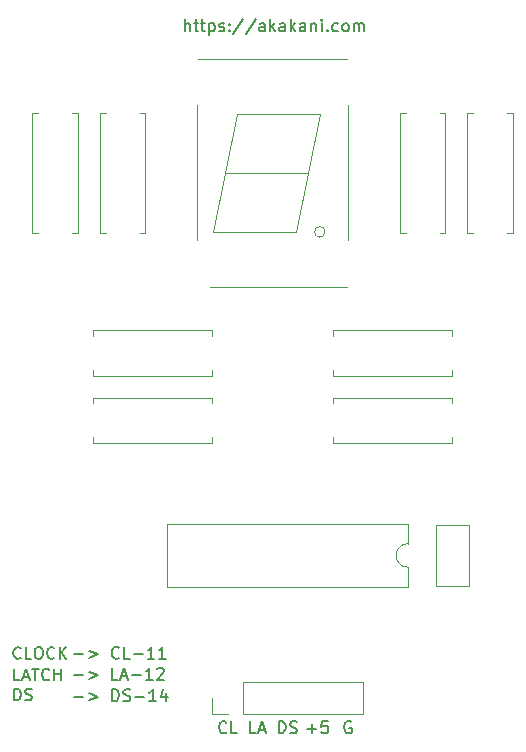
<source format=gbr>
%TF.GenerationSoftware,KiCad,Pcbnew,(6.0.4)*%
%TF.CreationDate,2022-04-30T17:38:09-07:00*%
%TF.ProjectId,SingleSevenSegments,53696e67-6c65-4536-9576-656e5365676d,rev?*%
%TF.SameCoordinates,Original*%
%TF.FileFunction,Legend,Top*%
%TF.FilePolarity,Positive*%
%FSLAX46Y46*%
G04 Gerber Fmt 4.6, Leading zero omitted, Abs format (unit mm)*
G04 Created by KiCad (PCBNEW (6.0.4)) date 2022-04-30 17:38:09*
%MOMM*%
%LPD*%
G01*
G04 APERTURE LIST*
%ADD10C,0.150000*%
%ADD11C,0.153000*%
%ADD12C,0.120000*%
G04 APERTURE END LIST*
D10*
X125430595Y-84991428D02*
X126192500Y-84991428D01*
X126668690Y-84705714D02*
X127430595Y-84991428D01*
X126668690Y-85277142D01*
X128668690Y-85372380D02*
X128668690Y-84372380D01*
X128906785Y-84372380D01*
X129049642Y-84420000D01*
X129144880Y-84515238D01*
X129192500Y-84610476D01*
X129240119Y-84800952D01*
X129240119Y-84943809D01*
X129192500Y-85134285D01*
X129144880Y-85229523D01*
X129049642Y-85324761D01*
X128906785Y-85372380D01*
X128668690Y-85372380D01*
X129621071Y-85324761D02*
X129763928Y-85372380D01*
X130002023Y-85372380D01*
X130097261Y-85324761D01*
X130144880Y-85277142D01*
X130192500Y-85181904D01*
X130192500Y-85086666D01*
X130144880Y-84991428D01*
X130097261Y-84943809D01*
X130002023Y-84896190D01*
X129811547Y-84848571D01*
X129716309Y-84800952D01*
X129668690Y-84753333D01*
X129621071Y-84658095D01*
X129621071Y-84562857D01*
X129668690Y-84467619D01*
X129716309Y-84420000D01*
X129811547Y-84372380D01*
X130049642Y-84372380D01*
X130192500Y-84420000D01*
X130621071Y-84991428D02*
X131382976Y-84991428D01*
X132382976Y-85372380D02*
X131811547Y-85372380D01*
X132097261Y-85372380D02*
X132097261Y-84372380D01*
X132002023Y-84515238D01*
X131906785Y-84610476D01*
X131811547Y-84658095D01*
X133240119Y-84705714D02*
X133240119Y-85372380D01*
X133002023Y-84324761D02*
X132763928Y-85039047D01*
X133382976Y-85039047D01*
X125430595Y-81391428D02*
X126192500Y-81391428D01*
X126668690Y-81105714D02*
X127430595Y-81391428D01*
X126668690Y-81677142D01*
X129240119Y-81677142D02*
X129192500Y-81724761D01*
X129049642Y-81772380D01*
X128954404Y-81772380D01*
X128811547Y-81724761D01*
X128716309Y-81629523D01*
X128668690Y-81534285D01*
X128621071Y-81343809D01*
X128621071Y-81200952D01*
X128668690Y-81010476D01*
X128716309Y-80915238D01*
X128811547Y-80820000D01*
X128954404Y-80772380D01*
X129049642Y-80772380D01*
X129192500Y-80820000D01*
X129240119Y-80867619D01*
X130144880Y-81772380D02*
X129668690Y-81772380D01*
X129668690Y-80772380D01*
X130478214Y-81391428D02*
X131240119Y-81391428D01*
X132240119Y-81772380D02*
X131668690Y-81772380D01*
X131954404Y-81772380D02*
X131954404Y-80772380D01*
X131859166Y-80915238D01*
X131763928Y-81010476D01*
X131668690Y-81058095D01*
X133192500Y-81772380D02*
X132621071Y-81772380D01*
X132906785Y-81772380D02*
X132906785Y-80772380D01*
X132811547Y-80915238D01*
X132716309Y-81010476D01*
X132621071Y-81058095D01*
X138334761Y-87987142D02*
X138287142Y-88034761D01*
X138144285Y-88082380D01*
X138049047Y-88082380D01*
X137906190Y-88034761D01*
X137810952Y-87939523D01*
X137763333Y-87844285D01*
X137715714Y-87653809D01*
X137715714Y-87510952D01*
X137763333Y-87320476D01*
X137810952Y-87225238D01*
X137906190Y-87130000D01*
X138049047Y-87082380D01*
X138144285Y-87082380D01*
X138287142Y-87130000D01*
X138334761Y-87177619D01*
X139239523Y-88082380D02*
X138763333Y-88082380D01*
X138763333Y-87082380D01*
X140850952Y-88082380D02*
X140374761Y-88082380D01*
X140374761Y-87082380D01*
X141136666Y-87796666D02*
X141612857Y-87796666D01*
X141041428Y-88082380D02*
X141374761Y-87082380D01*
X141708095Y-88082380D01*
X125430595Y-83171428D02*
X126192500Y-83171428D01*
X126668690Y-82885714D02*
X127430595Y-83171428D01*
X126668690Y-83457142D01*
X129144880Y-83552380D02*
X128668690Y-83552380D01*
X128668690Y-82552380D01*
X129430595Y-83266666D02*
X129906785Y-83266666D01*
X129335357Y-83552380D02*
X129668690Y-82552380D01*
X130002023Y-83552380D01*
X130335357Y-83171428D02*
X131097261Y-83171428D01*
X132097261Y-83552380D02*
X131525833Y-83552380D01*
X131811547Y-83552380D02*
X131811547Y-82552380D01*
X131716309Y-82695238D01*
X131621071Y-82790476D01*
X131525833Y-82838095D01*
X132478214Y-82647619D02*
X132525833Y-82600000D01*
X132621071Y-82552380D01*
X132859166Y-82552380D01*
X132954404Y-82600000D01*
X133002023Y-82647619D01*
X133049642Y-82742857D01*
X133049642Y-82838095D01*
X133002023Y-82980952D01*
X132430595Y-83552380D01*
X133049642Y-83552380D01*
D11*
X142771904Y-88082380D02*
X142771904Y-87082380D01*
X143010000Y-87082380D01*
X143152857Y-87130000D01*
X143248095Y-87225238D01*
X143295714Y-87320476D01*
X143343333Y-87510952D01*
X143343333Y-87653809D01*
X143295714Y-87844285D01*
X143248095Y-87939523D01*
X143152857Y-88034761D01*
X143010000Y-88082380D01*
X142771904Y-88082380D01*
X143724285Y-88034761D02*
X143867142Y-88082380D01*
X144105238Y-88082380D01*
X144200476Y-88034761D01*
X144248095Y-87987142D01*
X144295714Y-87891904D01*
X144295714Y-87796666D01*
X144248095Y-87701428D01*
X144200476Y-87653809D01*
X144105238Y-87606190D01*
X143914761Y-87558571D01*
X143819523Y-87510952D01*
X143771904Y-87463333D01*
X143724285Y-87368095D01*
X143724285Y-87272857D01*
X143771904Y-87177619D01*
X143819523Y-87130000D01*
X143914761Y-87082380D01*
X144152857Y-87082380D01*
X144295714Y-87130000D01*
D10*
X148881904Y-87130000D02*
X148786666Y-87082380D01*
X148643809Y-87082380D01*
X148500952Y-87130000D01*
X148405714Y-87225238D01*
X148358095Y-87320476D01*
X148310476Y-87510952D01*
X148310476Y-87653809D01*
X148358095Y-87844285D01*
X148405714Y-87939523D01*
X148500952Y-88034761D01*
X148643809Y-88082380D01*
X148739047Y-88082380D01*
X148881904Y-88034761D01*
X148929523Y-87987142D01*
X148929523Y-87653809D01*
X148739047Y-87653809D01*
X145192857Y-87701428D02*
X145954761Y-87701428D01*
X145573809Y-88082380D02*
X145573809Y-87320476D01*
X146907142Y-87082380D02*
X146430952Y-87082380D01*
X146383333Y-87558571D01*
X146430952Y-87510952D01*
X146526190Y-87463333D01*
X146764285Y-87463333D01*
X146859523Y-87510952D01*
X146907142Y-87558571D01*
X146954761Y-87653809D01*
X146954761Y-87891904D01*
X146907142Y-87987142D01*
X146859523Y-88034761D01*
X146764285Y-88082380D01*
X146526190Y-88082380D01*
X146430952Y-88034761D01*
X146383333Y-87987142D01*
X120826785Y-83612380D02*
X120350595Y-83612380D01*
X120350595Y-82612380D01*
X121112500Y-83326666D02*
X121588690Y-83326666D01*
X121017261Y-83612380D02*
X121350595Y-82612380D01*
X121683928Y-83612380D01*
X121874404Y-82612380D02*
X122445833Y-82612380D01*
X122160119Y-83612380D02*
X122160119Y-82612380D01*
X123350595Y-83517142D02*
X123302976Y-83564761D01*
X123160119Y-83612380D01*
X123064880Y-83612380D01*
X122922023Y-83564761D01*
X122826785Y-83469523D01*
X122779166Y-83374285D01*
X122731547Y-83183809D01*
X122731547Y-83040952D01*
X122779166Y-82850476D01*
X122826785Y-82755238D01*
X122922023Y-82660000D01*
X123064880Y-82612380D01*
X123160119Y-82612380D01*
X123302976Y-82660000D01*
X123350595Y-82707619D01*
X123779166Y-83612380D02*
X123779166Y-82612380D01*
X123779166Y-83088571D02*
X124350595Y-83088571D01*
X124350595Y-83612380D02*
X124350595Y-82612380D01*
X120922023Y-81697142D02*
X120874404Y-81744761D01*
X120731547Y-81792380D01*
X120636309Y-81792380D01*
X120493452Y-81744761D01*
X120398214Y-81649523D01*
X120350595Y-81554285D01*
X120302976Y-81363809D01*
X120302976Y-81220952D01*
X120350595Y-81030476D01*
X120398214Y-80935238D01*
X120493452Y-80840000D01*
X120636309Y-80792380D01*
X120731547Y-80792380D01*
X120874404Y-80840000D01*
X120922023Y-80887619D01*
X121826785Y-81792380D02*
X121350595Y-81792380D01*
X121350595Y-80792380D01*
X122350595Y-80792380D02*
X122541071Y-80792380D01*
X122636309Y-80840000D01*
X122731547Y-80935238D01*
X122779166Y-81125714D01*
X122779166Y-81459047D01*
X122731547Y-81649523D01*
X122636309Y-81744761D01*
X122541071Y-81792380D01*
X122350595Y-81792380D01*
X122255357Y-81744761D01*
X122160119Y-81649523D01*
X122112500Y-81459047D01*
X122112500Y-81125714D01*
X122160119Y-80935238D01*
X122255357Y-80840000D01*
X122350595Y-80792380D01*
X123779166Y-81697142D02*
X123731547Y-81744761D01*
X123588690Y-81792380D01*
X123493452Y-81792380D01*
X123350595Y-81744761D01*
X123255357Y-81649523D01*
X123207738Y-81554285D01*
X123160119Y-81363809D01*
X123160119Y-81220952D01*
X123207738Y-81030476D01*
X123255357Y-80935238D01*
X123350595Y-80840000D01*
X123493452Y-80792380D01*
X123588690Y-80792380D01*
X123731547Y-80840000D01*
X123779166Y-80887619D01*
X124207738Y-81792380D02*
X124207738Y-80792380D01*
X124779166Y-81792380D02*
X124350595Y-81220952D01*
X124779166Y-80792380D02*
X124207738Y-81363809D01*
X134828571Y-28652380D02*
X134828571Y-27652380D01*
X135257142Y-28652380D02*
X135257142Y-28128571D01*
X135209523Y-28033333D01*
X135114285Y-27985714D01*
X134971428Y-27985714D01*
X134876190Y-28033333D01*
X134828571Y-28080952D01*
X135590476Y-27985714D02*
X135971428Y-27985714D01*
X135733333Y-27652380D02*
X135733333Y-28509523D01*
X135780952Y-28604761D01*
X135876190Y-28652380D01*
X135971428Y-28652380D01*
X136161904Y-27985714D02*
X136542857Y-27985714D01*
X136304761Y-27652380D02*
X136304761Y-28509523D01*
X136352380Y-28604761D01*
X136447619Y-28652380D01*
X136542857Y-28652380D01*
X136876190Y-27985714D02*
X136876190Y-28985714D01*
X136876190Y-28033333D02*
X136971428Y-27985714D01*
X137161904Y-27985714D01*
X137257142Y-28033333D01*
X137304761Y-28080952D01*
X137352380Y-28176190D01*
X137352380Y-28461904D01*
X137304761Y-28557142D01*
X137257142Y-28604761D01*
X137161904Y-28652380D01*
X136971428Y-28652380D01*
X136876190Y-28604761D01*
X137733333Y-28604761D02*
X137828571Y-28652380D01*
X138019047Y-28652380D01*
X138114285Y-28604761D01*
X138161904Y-28509523D01*
X138161904Y-28461904D01*
X138114285Y-28366666D01*
X138019047Y-28319047D01*
X137876190Y-28319047D01*
X137780952Y-28271428D01*
X137733333Y-28176190D01*
X137733333Y-28128571D01*
X137780952Y-28033333D01*
X137876190Y-27985714D01*
X138019047Y-27985714D01*
X138114285Y-28033333D01*
X138590476Y-28557142D02*
X138638095Y-28604761D01*
X138590476Y-28652380D01*
X138542857Y-28604761D01*
X138590476Y-28557142D01*
X138590476Y-28652380D01*
X138590476Y-28033333D02*
X138638095Y-28080952D01*
X138590476Y-28128571D01*
X138542857Y-28080952D01*
X138590476Y-28033333D01*
X138590476Y-28128571D01*
X139780952Y-27604761D02*
X138923809Y-28890476D01*
X140828571Y-27604761D02*
X139971428Y-28890476D01*
X141590476Y-28652380D02*
X141590476Y-28128571D01*
X141542857Y-28033333D01*
X141447619Y-27985714D01*
X141257142Y-27985714D01*
X141161904Y-28033333D01*
X141590476Y-28604761D02*
X141495238Y-28652380D01*
X141257142Y-28652380D01*
X141161904Y-28604761D01*
X141114285Y-28509523D01*
X141114285Y-28414285D01*
X141161904Y-28319047D01*
X141257142Y-28271428D01*
X141495238Y-28271428D01*
X141590476Y-28223809D01*
X142066666Y-28652380D02*
X142066666Y-27652380D01*
X142161904Y-28271428D02*
X142447619Y-28652380D01*
X142447619Y-27985714D02*
X142066666Y-28366666D01*
X143304761Y-28652380D02*
X143304761Y-28128571D01*
X143257142Y-28033333D01*
X143161904Y-27985714D01*
X142971428Y-27985714D01*
X142876190Y-28033333D01*
X143304761Y-28604761D02*
X143209523Y-28652380D01*
X142971428Y-28652380D01*
X142876190Y-28604761D01*
X142828571Y-28509523D01*
X142828571Y-28414285D01*
X142876190Y-28319047D01*
X142971428Y-28271428D01*
X143209523Y-28271428D01*
X143304761Y-28223809D01*
X143780952Y-28652380D02*
X143780952Y-27652380D01*
X143876190Y-28271428D02*
X144161904Y-28652380D01*
X144161904Y-27985714D02*
X143780952Y-28366666D01*
X145019047Y-28652380D02*
X145019047Y-28128571D01*
X144971428Y-28033333D01*
X144876190Y-27985714D01*
X144685714Y-27985714D01*
X144590476Y-28033333D01*
X145019047Y-28604761D02*
X144923809Y-28652380D01*
X144685714Y-28652380D01*
X144590476Y-28604761D01*
X144542857Y-28509523D01*
X144542857Y-28414285D01*
X144590476Y-28319047D01*
X144685714Y-28271428D01*
X144923809Y-28271428D01*
X145019047Y-28223809D01*
X145495238Y-27985714D02*
X145495238Y-28652380D01*
X145495238Y-28080952D02*
X145542857Y-28033333D01*
X145638095Y-27985714D01*
X145780952Y-27985714D01*
X145876190Y-28033333D01*
X145923809Y-28128571D01*
X145923809Y-28652380D01*
X146400000Y-28652380D02*
X146400000Y-27985714D01*
X146400000Y-27652380D02*
X146352380Y-27700000D01*
X146400000Y-27747619D01*
X146447619Y-27700000D01*
X146400000Y-27652380D01*
X146400000Y-27747619D01*
X146876190Y-28557142D02*
X146923809Y-28604761D01*
X146876190Y-28652380D01*
X146828571Y-28604761D01*
X146876190Y-28557142D01*
X146876190Y-28652380D01*
X147780952Y-28604761D02*
X147685714Y-28652380D01*
X147495238Y-28652380D01*
X147400000Y-28604761D01*
X147352380Y-28557142D01*
X147304761Y-28461904D01*
X147304761Y-28176190D01*
X147352380Y-28080952D01*
X147400000Y-28033333D01*
X147495238Y-27985714D01*
X147685714Y-27985714D01*
X147780952Y-28033333D01*
X148352380Y-28652380D02*
X148257142Y-28604761D01*
X148209523Y-28557142D01*
X148161904Y-28461904D01*
X148161904Y-28176190D01*
X148209523Y-28080952D01*
X148257142Y-28033333D01*
X148352380Y-27985714D01*
X148495238Y-27985714D01*
X148590476Y-28033333D01*
X148638095Y-28080952D01*
X148685714Y-28176190D01*
X148685714Y-28461904D01*
X148638095Y-28557142D01*
X148590476Y-28604761D01*
X148495238Y-28652380D01*
X148352380Y-28652380D01*
X149114285Y-28652380D02*
X149114285Y-27985714D01*
X149114285Y-28080952D02*
X149161904Y-28033333D01*
X149257142Y-27985714D01*
X149400000Y-27985714D01*
X149495238Y-28033333D01*
X149542857Y-28128571D01*
X149542857Y-28652380D01*
X149542857Y-28128571D02*
X149590476Y-28033333D01*
X149685714Y-27985714D01*
X149828571Y-27985714D01*
X149923809Y-28033333D01*
X149971428Y-28128571D01*
X149971428Y-28652380D01*
X120350595Y-85312380D02*
X120350595Y-84312380D01*
X120588690Y-84312380D01*
X120731547Y-84360000D01*
X120826785Y-84455238D01*
X120874404Y-84550476D01*
X120922023Y-84740952D01*
X120922023Y-84883809D01*
X120874404Y-85074285D01*
X120826785Y-85169523D01*
X120731547Y-85264761D01*
X120588690Y-85312380D01*
X120350595Y-85312380D01*
X121302976Y-85264761D02*
X121445833Y-85312380D01*
X121683928Y-85312380D01*
X121779166Y-85264761D01*
X121826785Y-85217142D01*
X121874404Y-85121904D01*
X121874404Y-85026666D01*
X121826785Y-84931428D01*
X121779166Y-84883809D01*
X121683928Y-84836190D01*
X121493452Y-84788571D01*
X121398214Y-84740952D01*
X121350595Y-84693333D01*
X121302976Y-84598095D01*
X121302976Y-84502857D01*
X121350595Y-84407619D01*
X121398214Y-84360000D01*
X121493452Y-84312380D01*
X121731547Y-84312380D01*
X121874404Y-84360000D01*
D12*
%TO.C,C1*%
X156110000Y-75655000D02*
X158850000Y-75655000D01*
X158850000Y-75655000D02*
X158850000Y-70415000D01*
X156110000Y-70415000D02*
X158850000Y-70415000D01*
X156110000Y-75655000D02*
X156110000Y-70415000D01*
%TO.C,R2*%
X162095000Y-35570000D02*
X162575000Y-35570000D01*
X162575000Y-45710000D02*
X162095000Y-45710000D01*
X158735000Y-45710000D02*
X159215000Y-45710000D01*
X159215000Y-35570000D02*
X158735000Y-35570000D01*
X162575000Y-35570000D02*
X162575000Y-45710000D01*
X158735000Y-35570000D02*
X158735000Y-45710000D01*
%TO.C,R6*%
X128100000Y-35570000D02*
X127620000Y-35570000D01*
X131460000Y-45710000D02*
X130980000Y-45710000D01*
X127620000Y-35570000D02*
X127620000Y-45710000D01*
X127620000Y-45710000D02*
X128100000Y-45710000D01*
X131460000Y-35570000D02*
X131460000Y-45710000D01*
X130980000Y-35570000D02*
X131460000Y-35570000D01*
%TO.C,U2*%
X137240000Y-45640000D02*
X144240000Y-45640000D01*
X148540000Y-31005000D02*
X135940000Y-31005000D01*
X138240000Y-40640000D02*
X137240000Y-45640000D01*
X139240000Y-35640000D02*
X138240000Y-40640000D01*
X136940000Y-50275000D02*
X148540000Y-50275000D01*
X135830000Y-46355000D02*
X135830000Y-34925000D01*
X148650000Y-46355000D02*
X148650000Y-34925000D01*
X145240000Y-40640000D02*
X138240000Y-40640000D01*
X139240000Y-35640000D02*
X146240000Y-35640000D01*
X146240000Y-35640000D02*
X145240000Y-40640000D01*
X144240000Y-45640000D02*
X145240000Y-40640000D01*
X146687214Y-45640000D02*
G75*
G03*
X146687214Y-45640000I-447214J0D01*
G01*
%TO.C,R4*%
X137150000Y-57800000D02*
X127010000Y-57800000D01*
X127010000Y-53960000D02*
X127010000Y-54440000D01*
X137150000Y-53960000D02*
X127010000Y-53960000D01*
X127010000Y-57800000D02*
X127010000Y-57320000D01*
X137150000Y-54440000D02*
X137150000Y-53960000D01*
X137150000Y-57320000D02*
X137150000Y-57800000D01*
%TO.C,U1*%
X153715000Y-75685000D02*
X153715000Y-74035000D01*
X133275000Y-70385000D02*
X133275000Y-75685000D01*
X133275000Y-75685000D02*
X153715000Y-75685000D01*
X153715000Y-72035000D02*
X153715000Y-70385000D01*
X153715000Y-70385000D02*
X133275000Y-70385000D01*
X153715000Y-72035000D02*
G75*
G03*
X153715000Y-74035000I0J-1000000D01*
G01*
%TO.C,R3*%
X157470000Y-57800000D02*
X157470000Y-57320000D01*
X147330000Y-53960000D02*
X157470000Y-53960000D01*
X147330000Y-54440000D02*
X147330000Y-53960000D01*
X147330000Y-57800000D02*
X157470000Y-57800000D01*
X147330000Y-57320000D02*
X147330000Y-57800000D01*
X157470000Y-53960000D02*
X157470000Y-54440000D01*
%TO.C,J1*%
X138435000Y-86420000D02*
X137105000Y-86420000D01*
X137105000Y-86420000D02*
X137105000Y-85090000D01*
X139705000Y-86420000D02*
X149925000Y-86420000D01*
X149925000Y-86420000D02*
X149925000Y-83760000D01*
X139705000Y-86420000D02*
X139705000Y-83760000D01*
X139705000Y-83760000D02*
X149925000Y-83760000D01*
%TO.C,R1*%
X153500000Y-35570000D02*
X153020000Y-35570000D01*
X156860000Y-45710000D02*
X156380000Y-45710000D01*
X156860000Y-35570000D02*
X156860000Y-45710000D01*
X153020000Y-35570000D02*
X153020000Y-45710000D01*
X156380000Y-35570000D02*
X156860000Y-35570000D01*
X153020000Y-45710000D02*
X153500000Y-45710000D01*
%TO.C,R8*%
X147330000Y-63035000D02*
X147330000Y-63515000D01*
X157470000Y-63515000D02*
X157470000Y-63035000D01*
X157470000Y-59675000D02*
X157470000Y-60155000D01*
X147330000Y-60155000D02*
X147330000Y-59675000D01*
X147330000Y-63515000D02*
X157470000Y-63515000D01*
X147330000Y-59675000D02*
X157470000Y-59675000D01*
%TO.C,R7*%
X122385000Y-35570000D02*
X121905000Y-35570000D01*
X125745000Y-45710000D02*
X125265000Y-45710000D01*
X121905000Y-45710000D02*
X122385000Y-45710000D01*
X125265000Y-35570000D02*
X125745000Y-35570000D01*
X125745000Y-35570000D02*
X125745000Y-45710000D01*
X121905000Y-35570000D02*
X121905000Y-45710000D01*
%TO.C,R5*%
X127010000Y-59675000D02*
X127010000Y-60155000D01*
X127010000Y-63515000D02*
X127010000Y-63035000D01*
X137150000Y-63515000D02*
X127010000Y-63515000D01*
X137150000Y-59675000D02*
X127010000Y-59675000D01*
X137150000Y-60155000D02*
X137150000Y-59675000D01*
X137150000Y-63035000D02*
X137150000Y-63515000D01*
%TD*%
M02*

</source>
